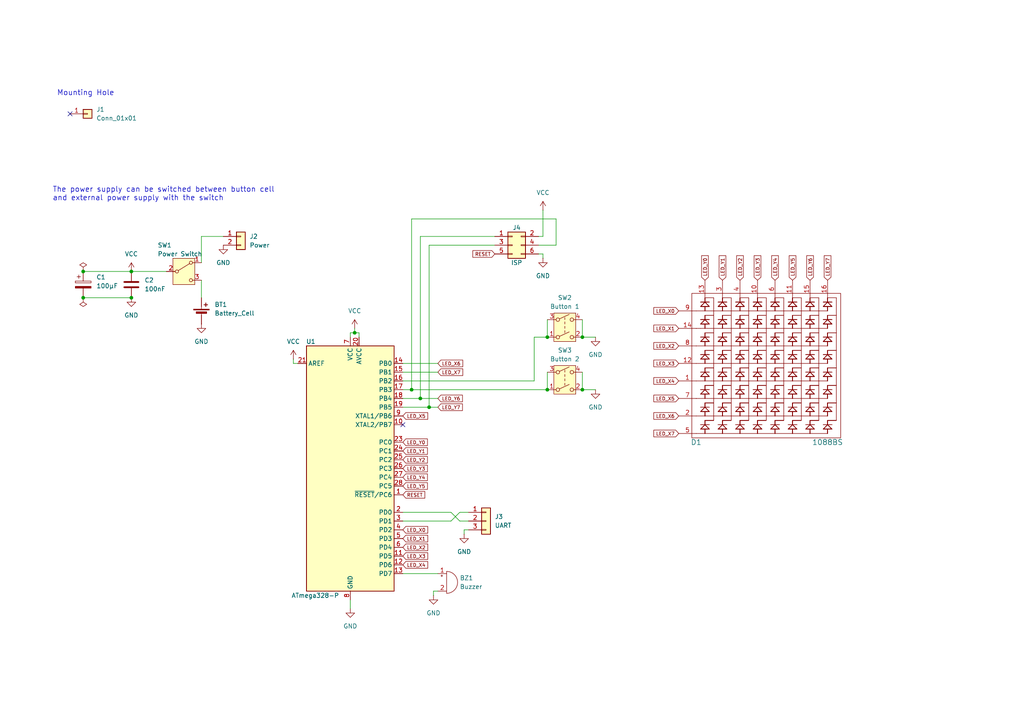
<source format=kicad_sch>
(kicad_sch (version 20250114) (generator "eeschema") (generator_version "9.0")
  (paper "A4")
  (title_block (title "Macherdaach Badge") (date "2026-02-24") (rev "v4.0"))
  (lib_symbols
    (symbol "1088bs:1088BS" (pin_names (offset 1.016))
      (property "Reference" "D" (at -20.32 -22.86 0))
      (property "Value" "1088BS" (at 17.78 -22.86 0))
      (symbol "1088BS_1_1"
        (pin passive line (at -25.4 15.24 0) (length 5.08) (name "~") (number "9"))
        (pin passive line (at -25.4 10.16 0) (length 5.08) (name "~") (number "14"))
        (pin passive line (at -25.4 5.08 0) (length 5.08) (name "~") (number "8"))
        (pin passive line (at -25.4 0 0) (length 5.08) (name "~") (number "12"))
        (pin passive line (at -25.4 -5.08 0) (length 5.08) (name "~") (number "1"))
        (pin passive line (at -25.4 -10.16 0) (length 5.08) (name "~") (number "7"))
        (pin passive line (at -25.4 -15.24 0) (length 5.08) (name "~") (number "2"))
        (pin passive line (at -25.4 -20.32 0) (length 5.08) (name "~") (number "5"))
        (pin passive line (at -17.78 24.13 270) (length 5.08) (name "~") (number "13"))
        (pin passive line (at -12.7 24.13 270) (length 5.08) (name "~") (number "3"))
        (pin passive line (at -7.62 24.13 270) (length 5.08) (name "~") (number "4"))
        (pin passive line (at -2.54 24.13 270) (length 5.08) (name "~") (number "10"))
        (pin passive line (at 2.54 24.13 270) (length 5.08) (name "~") (number "6"))
        (pin passive line (at 7.62 24.13 270) (length 5.08) (name "~") (number "11"))
        (pin passive line (at 12.7 24.13 270) (length 5.08) (name "~") (number "15"))
        (pin passive line (at 17.78 24.13 270) (length 5.08) (name "~") (number "16"))
      )
    )
    (symbol "Connector_Generic:Conn_01x01" (pin_names (offset 1.016) (hide yes))
      (property "Reference" "J" (at 0 2.54 0))
      (property "Value" "Conn_01x01" (at 0 -2.54 0))
      (symbol "Conn_01x01_1_1"
        (pin passive line (at -5.08 0 0) (length 3.81) (name "Pin_1") (number "1"))
      )
    )
    (symbol "Connector_Generic:Conn_01x02" (pin_names (offset 1.016) (hide yes))
      (property "Reference" "J" (at 0 2.54 0))
      (property "Value" "Conn_01x02" (at 0 -5.08 0))
      (symbol "Conn_01x02_1_1"
        (pin passive line (at -5.08 0 0) (length 3.81) (name "Pin_1") (number "1"))
        (pin passive line (at -5.08 -2.54 0) (length 3.81) (name "Pin_2") (number "2"))
      )
    )
    (symbol "Connector_Generic:Conn_01x03" (pin_names (offset 1.016) (hide yes))
      (property "Reference" "J" (at 0 5.08 0))
      (property "Value" "Conn_01x03" (at 0 -5.08 0))
      (symbol "Conn_01x03_1_1"
        (pin passive line (at -5.08 2.54 0) (length 3.81) (name "Pin_1") (number "1"))
        (pin passive line (at -5.08 0 0) (length 3.81) (name "Pin_2") (number "2"))
        (pin passive line (at -5.08 -2.54 0) (length 3.81) (name "Pin_3") (number "3"))
      )
    )
    (symbol "Connector_Generic:Conn_02x03_Odd_Even" (pin_names (offset 1.016) (hide yes))
      (property "Reference" "J" (at 1.27 5.08 0))
      (property "Value" "Conn_02x03_Odd_Even" (at 1.27 -5.08 0))
      (symbol "Conn_02x03_Odd_Even_1_1"
        (pin passive line (at -5.08 2.54 0) (length 3.81) (name "Pin_1") (number "1"))
        (pin passive line (at -5.08 0 0) (length 3.81) (name "Pin_3") (number "3"))
        (pin passive line (at -5.08 -2.54 0) (length 3.81) (name "Pin_5") (number "5"))
        (pin passive line (at 7.62 2.54 180) (length 3.81) (name "Pin_2") (number "2"))
        (pin passive line (at 7.62 0 180) (length 3.81) (name "Pin_4") (number "4"))
        (pin passive line (at 7.62 -2.54 180) (length 3.81) (name "Pin_6") (number "6"))
      )
    )
    (symbol "Device:Battery_Cell" (pin_numbers (hide yes)) (pin_names (offset 0) (hide yes))
      (property "Reference" "BT" (at 2.54 2.54 0))
      (property "Value" "Battery_Cell" (at 2.54 0 0))
      (symbol "Battery_Cell_1_1"
        (pin passive line (at 0 5.08 270) (length 2.54) (name "+") (number "1"))
        (pin passive line (at 0 -2.54 90) (length 2.54) (name "-") (number "2"))
      )
    )
    (symbol "Device:Buzzer" (pin_names (offset 0.0254) (hide yes))
      (property "Reference" "BZ" (at 3.81 1.27 0))
      (property "Value" "Buzzer" (at 3.81 -1.27 0))
      (symbol "Buzzer_1_1"
        (pin passive line (at -2.54 2.54 0) (length 2.54) (name "+") (number "1"))
        (pin passive line (at -2.54 -2.54 0) (length 2.54) (name "-") (number "2"))
      )
    )
    (symbol "Device:C" (pin_numbers (hide yes)) (pin_names (offset 0.254))
      (property "Reference" "C" (at 0.635 2.54 0))
      (property "Value" "C" (at 0.635 -2.54 0))
      (symbol "C_1_1"
        (pin passive line (at 0 3.81 270) (length 2.794) (name "~") (number "1"))
        (pin passive line (at 0 -3.81 90) (length 2.794) (name "~") (number "2"))
      )
    )
    (symbol "Device:C_Polarized" (pin_numbers (hide yes)) (pin_names (offset 0.254))
      (property "Reference" "C" (at 0.635 2.54 0))
      (property "Value" "C_Polarized" (at 0.635 -2.54 0))
      (symbol "C_Polarized_1_1"
        (pin passive line (at 0 3.81 270) (length 2.794) (name "~") (number "1"))
        (pin passive line (at 0 -3.81 90) (length 2.794) (name "~") (number "2"))
      )
    )
    (symbol "MCU_Microchip_ATmega:ATmega328-P"
      (property "Reference" "U" (at -12.7 36.83 0))
      (property "Value" "ATmega328-P" (at 2.54 -36.83 0))
      (symbol "ATmega328-P_1_1"
        (pin passive line (at -15.24 30.48 0) (length 2.54) (name "AREF") (number "21"))
        (pin power_in line (at 0 38.1 270) (length 2.54) (name "VCC") (number "7"))
        (pin passive line (at 0 -38.1 90) (length 2.54) (hide yes) (name "GND") (number "22"))
        (pin power_in line (at 0 -38.1 90) (length 2.54) (name "GND") (number "8"))
        (pin power_in line (at 2.54 38.1 270) (length 2.54) (name "AVCC") (number "20"))
        (pin bidirectional line (at 15.24 30.48 180) (length 2.54) (name "PB0") (number "14"))
        (pin bidirectional line (at 15.24 27.94 180) (length 2.54) (name "PB1") (number "15"))
        (pin bidirectional line (at 15.24 25.4 180) (length 2.54) (name "PB2") (number "16"))
        (pin bidirectional line (at 15.24 22.86 180) (length 2.54) (name "PB3") (number "17"))
        (pin bidirectional line (at 15.24 20.32 180) (length 2.54) (name "PB4") (number "18"))
        (pin bidirectional line (at 15.24 17.78 180) (length 2.54) (name "PB5") (number "19"))
        (pin bidirectional line (at 15.24 15.24 180) (length 2.54) (name "XTAL1/PB6") (number "9"))
        (pin bidirectional line (at 15.24 12.7 180) (length 2.54) (name "XTAL2/PB7") (number "10"))
        (pin bidirectional line (at 15.24 7.62 180) (length 2.54) (name "PC0") (number "23"))
        (pin bidirectional line (at 15.24 5.08 180) (length 2.54) (name "PC1") (number "24"))
        (pin bidirectional line (at 15.24 2.54 180) (length 2.54) (name "PC2") (number "25"))
        (pin bidirectional line (at 15.24 0 180) (length 2.54) (name "PC3") (number "26"))
        (pin bidirectional line (at 15.24 -2.54 180) (length 2.54) (name "PC4") (number "27"))
        (pin bidirectional line (at 15.24 -5.08 180) (length 2.54) (name "PC5") (number "28"))
        (pin bidirectional line (at 15.24 -7.62 180) (length 2.54) (name "~{RESET}/PC6") (number "1"))
        (pin bidirectional line (at 15.24 -12.7 180) (length 2.54) (name "PD0") (number "2"))
        (pin bidirectional line (at 15.24 -15.24 180) (length 2.54) (name "PD1") (number "3"))
        (pin bidirectional line (at 15.24 -17.78 180) (length 2.54) (name "PD2") (number "4"))
        (pin bidirectional line (at 15.24 -20.32 180) (length 2.54) (name "PD3") (number "5"))
        (pin bidirectional line (at 15.24 -22.86 180) (length 2.54) (name "PD4") (number "6"))
        (pin bidirectional line (at 15.24 -25.4 180) (length 2.54) (name "PD5") (number "11"))
        (pin bidirectional line (at 15.24 -27.94 180) (length 2.54) (name "PD6") (number "12"))
        (pin bidirectional line (at 15.24 -30.48 180) (length 2.54) (name "PD7") (number "13"))
      )
    )
    (symbol "Switch:SW_DPST" (pin_names (offset 0) (hide yes))
      (property "Reference" "SW" (at 0 6.35 0))
      (property "Value" "SW_DPST" (at 0 -5.08 0))
      (symbol "SW_DPST_1_1"
        (pin passive line (at -5.08 2.54 0) (length 2.54) (name "3") (number "3"))
        (pin passive line (at -5.08 -2.54 0) (length 2.54) (name "1") (number "1"))
        (pin passive line (at 5.08 2.54 180) (length 2.54) (name "4") (number "4"))
        (pin passive line (at 5.08 -2.54 180) (length 2.54) (name "2") (number "2"))
      )
    )
    (symbol "Switch:SW_SPDT" (pin_names (offset 0) (hide yes))
      (property "Reference" "SW" (at 0 5.08 0))
      (property "Value" "SW_SPDT" (at 0 -5.08 0))
      (symbol "SW_SPDT_1_1"
        (pin passive line (at -5.08 0 0) (length 2.54) (name "B") (number "2"))
        (pin passive line (at 5.08 2.54 180) (length 2.54) (name "A") (number "1"))
        (pin passive line (at 5.08 -2.54 180) (length 2.54) (name "C") (number "3"))
      )
    )
    (symbol "power:GND" (power) (pin_numbers (hide yes)) (pin_names (offset 0) (hide yes))
      (property "Value" "GND" (at 0 -3.81 0))
      (symbol "GND_1_1"
        (pin power_in line (at 0 0 270) (length 0) (name "~") (number "1"))
      )
    )
    (symbol "power:PWR_FLAG" (power) (pin_numbers (hide yes)) (pin_names (offset 0) (hide yes))
      (property "Value" "PWR_FLAG" (at 0 3.81 0))
      (symbol "PWR_FLAG_0_0"
        (pin power_out line (at 0 0 90) (length 0) (name "~") (number "1"))
      )
    )
    (symbol "power:VCC" (power) (pin_numbers (hide yes)) (pin_names (offset 0) (hide yes))
      (property "Value" "VCC" (at 0 3.556 0))
      (symbol "VCC_1_1"
        (pin power_in line (at 0 0 90) (length 0) (name "~") (number "1"))
      )
    )
  )
  (text "The power supply can be switched between button cell \nand external power supply with the switch" (at 15.24 58.42 0) (effects (font (size 1.524 1.524)) (justify left bottom)))
  (text "Mounting Hole" (at 16.51 27.94 0) (effects (font (size 1.524 1.524)) (justify left bottom)))
  (junction (at 24.13 78.74))
  (junction (at 124.46 118.11))
  (junction (at 102.87 96.52))
  (junction (at 158.75 113.03))
  (junction (at 121.92 115.57))
  (junction (at 38.1 78.74))
  (junction (at 168.91 97.79))
  (junction (at 38.1 86.36))
  (junction (at 24.13 86.36))
  (junction (at 158.75 97.79))
  (junction (at 168.91 113.03))
  (junction (at 119.38 113.03))
  (no_connect (at 116.84 123.19))
  (no_connect (at 20.32 33.02))
  (wire (pts (xy 101.6 97.79) (xy 101.6 96.52)))
  (wire (pts (xy 158.75 113.03) (xy 158.75 107.95)))
  (wire (pts (xy 119.38 63.5) (xy 161.29 63.5)))
  (wire (pts (xy 158.75 97.79) (xy 158.75 92.71)))
  (wire (pts (xy 124.46 71.12) (xy 143.51 71.12)))
  (wire (pts (xy 24.13 78.74) (xy 38.1 78.74)))
  (wire (pts (xy 154.94 97.79) (xy 158.75 97.79)))
  (wire (pts (xy 157.48 73.66) (xy 157.48 74.93)))
  (wire (pts (xy 116.84 115.57) (xy 121.92 115.57)))
  (wire (pts (xy 124.46 71.12) (xy 124.46 118.11)))
  (wire (pts (xy 116.84 166.37) (xy 127 166.37)))
  (wire (pts (xy 133.35 151.13) (xy 135.89 151.13)))
  (wire (pts (xy 121.92 68.58) (xy 143.51 68.58)))
  (wire (pts (xy 133.35 148.59) (xy 135.89 148.59)))
  (wire (pts (xy 116.84 148.59) (xy 130.81 148.59)))
  (wire (pts (xy 101.6 173.99) (xy 101.6 176.53)))
  (wire (pts (xy 116.84 105.41) (xy 127 105.41)))
  (wire (pts (xy 154.94 110.49) (xy 154.94 97.79)))
  (wire (pts (xy 135.89 153.67) (xy 134.62 153.67)))
  (wire (pts (xy 116.84 107.95) (xy 127 107.95)))
  (wire (pts (xy 156.21 73.66) (xy 157.48 73.66)))
  (wire (pts (xy 102.87 96.52) (xy 104.14 96.52)))
  (wire (pts (xy 102.87 95.25) (xy 102.87 96.52)))
  (wire (pts (xy 104.14 96.52) (xy 104.14 97.79)))
  (wire (pts (xy 125.73 171.45) (xy 125.73 172.72)))
  (wire (pts (xy 121.92 68.58) (xy 121.92 115.57)))
  (wire (pts (xy 121.92 115.57) (xy 127 115.57)))
  (wire (pts (xy 124.46 118.11) (xy 127 118.11)))
  (wire (pts (xy 134.62 153.67) (xy 134.62 154.94)))
  (wire (pts (xy 119.38 63.5) (xy 119.38 113.03)))
  (wire (pts (xy 119.38 113.03) (xy 158.75 113.03)))
  (wire (pts (xy 168.91 107.95) (xy 168.91 113.03)))
  (wire (pts (xy 38.1 78.74) (xy 48.26 78.74)))
  (wire (pts (xy 168.91 92.71) (xy 168.91 97.79)))
  (wire (pts (xy 161.29 71.12) (xy 156.21 71.12)))
  (wire (pts (xy 157.48 60.96) (xy 157.48 68.58)))
  (wire (pts (xy 24.13 86.36) (xy 38.1 86.36)))
  (wire (pts (xy 58.42 76.2) (xy 58.42 68.58)))
  (wire (pts (xy 161.29 63.5) (xy 161.29 71.12)))
  (wire (pts (xy 58.42 86.36) (xy 58.42 81.28)))
  (wire (pts (xy 116.84 118.11) (xy 124.46 118.11)))
  (wire (pts (xy 116.84 113.03) (xy 119.38 113.03)))
  (wire (pts (xy 157.48 68.58) (xy 156.21 68.58)))
  (wire (pts (xy 116.84 151.13) (xy 130.81 151.13)))
  (wire (pts (xy 130.81 151.13) (xy 133.35 148.59)))
  (wire (pts (xy 101.6 96.52) (xy 102.87 96.52)))
  (wire (pts (xy 85.09 105.41) (xy 86.36 105.41)))
  (wire (pts (xy 58.42 68.58) (xy 64.77 68.58)))
  (wire (pts (xy 130.81 148.59) (xy 133.35 151.13)))
  (wire (pts (xy 85.09 104.14) (xy 85.09 105.41)))
  (wire (pts (xy 168.91 97.79) (xy 172.72 97.79)))
  (wire (pts (xy 116.84 110.49) (xy 154.94 110.49)))
  (wire (pts (xy 127 171.45) (xy 125.73 171.45)))
  (wire (pts (xy 168.91 113.03) (xy 172.72 113.03)))
  (global_label "LED_X6" (shape input) (at 127 105.41 0) (effects (font (size 0.9906 0.9906))) (property "Intersheetrefs" "${INTERSHEET_REFS}" (effects (hide yes))))
  (global_label "LED_X4" (shape input) (at 116.84 163.83 0) (effects (font (size 0.9906 0.9906))) (property "Intersheetrefs" "${INTERSHEET_REFS}" (effects (hide yes))))
  (global_label "LED_Y6" (shape input) (at 127 115.57 0) (effects (font (size 0.9906 0.9906))) (property "Intersheetrefs" "${INTERSHEET_REFS}" (effects (hide yes))))
  (global_label "LED_Y4" (shape input) (at 224.79 81.28 90) (effects (font (size 0.9906 0.9906))) (property "Intersheetrefs" "${INTERSHEET_REFS}" (effects (hide yes))))
  (global_label "LED_Y4" (shape input) (at 116.84 138.43 0) (effects (font (size 0.9906 0.9906))) (property "Intersheetrefs" "${INTERSHEET_REFS}" (effects (hide yes))))
  (global_label "LED_X6" (shape input) (at 196.85 120.65 180) (effects (font (size 0.9906 0.9906))) (property "Intersheetrefs" "${INTERSHEET_REFS}" (effects (hide yes))))
  (global_label "LED_X7" (shape input) (at 196.85 125.73 180) (effects (font (size 0.9906 0.9906))) (property "Intersheetrefs" "${INTERSHEET_REFS}" (effects (hide yes))))
  (global_label "LED_Y3" (shape input) (at 116.84 135.89 0) (effects (font (size 0.9906 0.9906))) (property "Intersheetrefs" "${INTERSHEET_REFS}" (effects (hide yes))))
  (global_label "LED_X3" (shape input) (at 196.85 105.41 180) (effects (font (size 0.9906 0.9906))) (property "Intersheetrefs" "${INTERSHEET_REFS}" (effects (hide yes))))
  (global_label "LED_X4" (shape input) (at 196.85 110.49 180) (effects (font (size 0.9906 0.9906))) (property "Intersheetrefs" "${INTERSHEET_REFS}" (effects (hide yes))))
  (global_label "LED_Y2" (shape input) (at 116.84 133.35 0) (effects (font (size 0.9906 0.9906))) (property "Intersheetrefs" "${INTERSHEET_REFS}" (effects (hide yes))))
  (global_label "LED_Y5" (shape input) (at 229.87 81.28 90) (effects (font (size 0.9906 0.9906))) (property "Intersheetrefs" "${INTERSHEET_REFS}" (effects (hide yes))))
  (global_label "LED_Y3" (shape input) (at 219.71 81.28 90) (effects (font (size 0.9906 0.9906))) (property "Intersheetrefs" "${INTERSHEET_REFS}" (effects (hide yes))))
  (global_label "LED_Y7" (shape input) (at 127 118.11 0) (effects (font (size 0.9906 0.9906))) (property "Intersheetrefs" "${INTERSHEET_REFS}" (effects (hide yes))))
  (global_label "LED_X5" (shape input) (at 196.85 115.57 180) (effects (font (size 0.9906 0.9906))) (property "Intersheetrefs" "${INTERSHEET_REFS}" (effects (hide yes))))
  (global_label "LED_X2" (shape input) (at 116.84 158.75 0) (effects (font (size 0.9906 0.9906))) (property "Intersheetrefs" "${INTERSHEET_REFS}" (effects (hide yes))))
  (global_label "LED_X0" (shape input) (at 196.85 90.17 180) (effects (font (size 0.9906 0.9906))) (property "Intersheetrefs" "${INTERSHEET_REFS}" (effects (hide yes))))
  (global_label "LED_X2" (shape input) (at 196.85 100.33 180) (effects (font (size 0.9906 0.9906))) (property "Intersheetrefs" "${INTERSHEET_REFS}" (effects (hide yes))))
  (global_label "LED_Y5" (shape input) (at 116.84 140.97 0) (effects (font (size 0.9906 0.9906))) (property "Intersheetrefs" "${INTERSHEET_REFS}" (effects (hide yes))))
  (global_label "LED_X5" (shape input) (at 116.84 120.65 0) (effects (font (size 0.9906 0.9906))) (property "Intersheetrefs" "${INTERSHEET_REFS}" (effects (hide yes))))
  (global_label "LED_Y0" (shape input) (at 204.47 81.28 90) (effects (font (size 0.9906 0.9906))) (property "Intersheetrefs" "${INTERSHEET_REFS}" (effects (hide yes))))
  (global_label "RESET" (shape input) (at 116.84 143.51 0) (effects (font (size 0.9906 0.9906))) (property "Intersheetrefs" "${INTERSHEET_REFS}" (effects (hide yes))))
  (global_label "LED_X3" (shape input) (at 116.84 161.29 0) (effects (font (size 0.9906 0.9906))) (property "Intersheetrefs" "${INTERSHEET_REFS}" (effects (hide yes))))
  (global_label "LED_Y7" (shape input) (at 240.03 81.28 90) (effects (font (size 0.9906 0.9906))) (property "Intersheetrefs" "${INTERSHEET_REFS}" (effects (hide yes))))
  (global_label "LED_X1" (shape input) (at 116.84 156.21 0) (effects (font (size 0.9906 0.9906))) (property "Intersheetrefs" "${INTERSHEET_REFS}" (effects (hide yes))))
  (global_label "LED_Y6" (shape input) (at 234.95 81.28 90) (effects (font (size 0.9906 0.9906))) (property "Intersheetrefs" "${INTERSHEET_REFS}" (effects (hide yes))))
  (global_label "LED_X1" (shape input) (at 196.85 95.25 180) (effects (font (size 0.9906 0.9906))) (property "Intersheetrefs" "${INTERSHEET_REFS}" (effects (hide yes))))
  (global_label "LED_Y1" (shape input) (at 209.55 81.28 90) (effects (font (size 0.9906 0.9906))) (property "Intersheetrefs" "${INTERSHEET_REFS}" (effects (hide yes))))
  (global_label "LED_X0" (shape input) (at 116.84 153.67 0) (effects (font (size 0.9906 0.9906))) (property "Intersheetrefs" "${INTERSHEET_REFS}" (effects (hide yes))))
  (global_label "LED_Y2" (shape input) (at 214.63 81.28 90) (effects (font (size 0.9906 0.9906))) (property "Intersheetrefs" "${INTERSHEET_REFS}" (effects (hide yes))))
  (global_label "LED_Y1" (shape input) (at 116.84 130.81 0) (effects (font (size 0.9906 0.9906))) (property "Intersheetrefs" "${INTERSHEET_REFS}" (effects (hide yes))))
  (global_label "RESET" (shape input) (at 143.51 73.66 180) (effects (font (size 0.9906 0.9906))) (property "Intersheetrefs" "${INTERSHEET_REFS}" (effects (hide yes))))
  (global_label "LED_X7" (shape input) (at 127 107.95 0) (effects (font (size 0.9906 0.9906))) (property "Intersheetrefs" "${INTERSHEET_REFS}" (effects (hide yes))))
  (global_label "LED_Y0" (shape input) (at 116.84 128.27 0) (effects (font (size 0.9906 0.9906))) (property "Intersheetrefs" "${INTERSHEET_REFS}" (effects (hide yes))))
  (symbol (lib_id "1088bs:1088BS") (at 222.25 105.41 0) (unit 1)
    (property "Reference" "D1" (at 201.93 128.27 0) (effects (font (size 1.524 1.524))))
    (property "Value" "1088BS" (at 240.03 128.27 0) (effects (font (size 1.524 1.524))))
    (property "Footprint" "1088BS:1088BS" (effects (hide yes)))
  )
  (symbol (lib_id "Switch:SW_SPDT") (at 53.34 78.74 0) (unit 1)
    (property "Reference" "SW1" (at 45.72 71.12 0) (effects (justify left)))
    (property "Value" "Power Switch" (at 45.72 73.66 0) (effects (justify left)))
    (property "Footprint" "ESP101:ESP101" (effects (hide yes)))
  )
  (symbol (lib_id "power:PWR_FLAG") (at 24.13 78.74 0) (unit 1)
    (property "Reference" "#FLG01" (effects (hide yes)))
    (property "Value" "PWR_FLAG" (effects (hide yes)))
    (property "Description" "Special symbol for telling ERC where power comes from" (effects (hide yes)))
  )
  (symbol (lib_id "Connector_Generic:Conn_01x02") (at 69.85 68.58 0) (unit 1)
    (property "Reference" "J2" (at 72.39 68.5799 0) (effects (justify left)))
    (property "Value" "Power" (at 72.39 71.1199 0) (effects (justify left)))
    (property "Footprint" "Connector_PinHeader_2.54mm:PinHeader_1x02_P2.54mm_Vertical" (effects (hide yes)))
    (property "Description" "Generic connector, single row, 01x02, script generated (kicad-library-utils/schlib/autogen/connector/)" (effects (hide yes)))
  )
  (symbol (lib_id "Connector_Generic:Conn_01x03") (at 140.97 151.13 0) (unit 1)
    (property "Reference" "J3" (at 143.51 149.8599 0) (effects (justify left)))
    (property "Value" "UART" (at 143.51 152.3999 0) (effects (justify left)))
    (property "Footprint" "Connector_PinHeader_2.54mm:PinHeader_1x03_P2.54mm_Vertical" (effects (hide yes)))
    (property "Description" "Generic connector, single row, 01x03, script generated (kicad-library-utils/schlib/autogen/connector/)" (effects (hide yes)))
  )
  (symbol (lib_id "power:GND") (at 64.77 71.12 0) (unit 1)
    (property "Reference" "#PWR04" (effects (hide yes)))
    (property "Value" "GND" (at 64.77 76.2 0))
    (property "Description" "Power symbol creates a global label with name \"GND\" , ground" (effects (hide yes)))
  )
  (symbol (lib_id "power:PWR_FLAG") (at 24.13 86.36 180) (unit 1)
    (property "Reference" "#FLG02" (effects (hide yes)))
    (property "Value" "PWR_FLAG" (effects (hide yes)))
    (property "Description" "Special symbol for telling ERC where power comes from" (effects (hide yes)))
  )
  (symbol (lib_id "power:GND") (at 172.72 113.03 0) (unit 1)
    (property "Reference" "#PWR013" (effects (hide yes)))
    (property "Value" "GND" (at 172.72 118.11 0))
    (property "Description" "Power symbol creates a global label with name \"GND\" , ground" (effects (hide yes)))
  )
  (symbol (lib_id "Device:C_Polarized") (at 24.13 82.55 0) (unit 1)
    (property "Reference" "C1" (at 27.94 80.3909 0) (effects (justify left)))
    (property "Value" "100µF" (at 27.94 82.9309 0) (effects (justify left)))
    (property "Footprint" "Capacitor_THT:CP_Radial_D5.0mm_P2.50mm" (effects (hide yes)))
    (property "Description" "Polarized capacitor" (effects (hide yes)))
  )
  (symbol (lib_id "Switch:SW_DPST") (at 163.83 110.49 0) (unit 1)
    (property "Reference" "SW3" (at 163.83 101.6 0))
    (property "Value" "Button 2" (at 163.83 104.14 0))
    (property "Footprint" "Kurzhubtaster:Kurzhubtaster" (effects (hide yes)))
    (property "Description" "Double Pole Single Throw (DPST) Switch" (effects (hide yes)))
  )
  (symbol (lib_id "power:VCC") (at 38.1 78.74 0) (unit 1)
    (property "Reference" "#PWR01" (effects (hide yes)))
    (property "Value" "VCC" (at 38.1 73.66 0))
    (property "Description" "Power symbol creates a global label with name \"VCC\"" (effects (hide yes)))
  )
  (symbol (lib_id "Device:C") (at 38.1 82.55 0) (unit 1)
    (property "Reference" "C2" (at 41.91 81.2799 0) (effects (justify left)))
    (property "Value" "100nF" (at 41.91 83.8199 0) (effects (justify left)))
    (property "Footprint" "Capacitor_THT:C_Disc_D3.4mm_W2.1mm_P2.50mm" (effects (hide yes)))
    (property "Description" "Unpolarized capacitor" (effects (hide yes)))
  )
  (symbol (lib_id "power:GND") (at 101.6 176.53 0) (unit 1)
    (property "Reference" "#PWR06" (effects (hide yes)))
    (property "Value" "GND" (at 101.6 181.61 0))
    (property "Description" "Power symbol creates a global label with name \"GND\" , ground" (effects (hide yes)))
  )
  (symbol (lib_id "power:GND") (at 58.42 93.98 0) (unit 1)
    (property "Reference" "#PWR03" (effects (hide yes)))
    (property "Value" "GND" (at 58.42 99.06 0))
    (property "Description" "Power symbol creates a global label with name \"GND\" , ground" (effects (hide yes)))
  )
  (symbol (lib_id "Switch:SW_DPST") (at 163.83 95.25 0) (unit 1)
    (property "Reference" "SW2" (at 163.83 86.36 0))
    (property "Value" "Button 1" (at 163.83 88.9 0))
    (property "Footprint" "Kurzhubtaster:Kurzhubtaster" (effects (hide yes)))
    (property "Description" "Double Pole Single Throw (DPST) Switch" (effects (hide yes)))
  )
  (symbol (lib_id "power:GND") (at 172.72 97.79 0) (unit 1)
    (property "Reference" "#PWR012" (effects (hide yes)))
    (property "Value" "GND" (at 172.72 102.87 0))
    (property "Description" "Power symbol creates a global label with name \"GND\" , ground" (effects (hide yes)))
  )
  (symbol (lib_id "Connector_Generic:Conn_02x03_Odd_Even") (at 148.59 71.12 0) (unit 1)
    (property "Reference" "J4" (at 149.86 66.04 0))
    (property "Value" "ISP" (at 149.86 76.2 0))
    (property "Footprint" "Connector_PinHeader_2.54mm:PinHeader_2x03_P2.54mm_Vertical" (effects (hide yes)))
    (property "Description" "Generic connector, double row, 02x03, odd/even pin numbering scheme (row 1 odd numbers, row 2 even numbers), script generated (kicad-library-utils/schlib/autogen/connector/)" (effects (hide yes)))
  )
  (symbol (lib_id "power:GND") (at 125.73 172.72 0) (unit 1)
    (property "Reference" "#PWR08" (effects (hide yes)))
    (property "Value" "GND" (at 125.73 177.8 0))
    (property "Description" "Power symbol creates a global label with name \"GND\" , ground" (effects (hide yes)))
  )
  (symbol (lib_id "power:GND") (at 38.1 86.36 0) (unit 1)
    (property "Reference" "#PWR02" (effects (hide yes)))
    (property "Value" "GND" (at 38.1 91.44 0))
    (property "Description" "Power symbol creates a global label with name \"GND\" , ground" (effects (hide yes)))
  )
  (symbol (lib_id "Connector_Generic:Conn_01x01") (at 25.4 33.02 0) (unit 1)
    (property "Reference" "J1" (at 27.94 31.7499 0) (effects (justify left)))
    (property "Value" "Conn_01x01" (at 27.94 34.2899 0) (effects (justify left)))
    (property "Footprint" "MountingHole:MountingHole_5.3mm_M5_DIN965_Pad" (effects (hide yes)))
    (property "Description" "Generic connector, single row, 01x01, script generated (kicad-library-utils/schlib/autogen/connector/)" (effects (hide yes)))
  )
  (symbol (lib_id "Device:Buzzer") (at 129.54 168.91 0) (unit 1)
    (property "Reference" "BZ1" (at 133.35 167.6399 0) (effects (justify left)))
    (property "Value" "Buzzer" (at 133.35 170.1799 0) (effects (justify left)))
    (property "Footprint" "HC9042:Buzzer_9x4.2RM4" (effects (hide yes)))
    (property "Description" "Buzzer, polarized" (effects (hide yes)))
  )
  (symbol (lib_id "power:VCC") (at 157.48 60.96 0) (unit 1)
    (property "Reference" "#PWR010" (effects (hide yes)))
    (property "Value" "VCC" (at 157.48 55.88 0))
    (property "Description" "Power symbol creates a global label with name \"VCC\"" (effects (hide yes)))
  )
  (symbol (lib_id "power:GND") (at 157.48 74.93 0) (unit 1)
    (property "Reference" "#PWR011" (effects (hide yes)))
    (property "Value" "GND" (at 157.48 80.01 0))
    (property "Description" "Power symbol creates a global label with name \"GND\" , ground" (effects (hide yes)))
  )
  (symbol (lib_id "power:VCC") (at 85.09 104.14 0) (unit 1)
    (property "Reference" "#PWR05" (effects (hide yes)))
    (property "Value" "VCC" (at 85.09 99.06 0))
    (property "Description" "Power symbol creates a global label with name \"VCC\"" (effects (hide yes)))
  )
  (symbol (lib_id "MCU_Microchip_ATmega:ATmega328-P") (at 101.6 135.89 0) (unit 1)
    (property "Reference" "U1" (at 90.17 99.06 0))
    (property "Value" "ATmega328-P" (at 91.44 172.72 0))
    (property "Footprint" "Package_DIP:DIP-28_W7.62mm" (effects (hide yes)))
    (property "Datasheet" "http://ww1.microchip.com/downloads/en/DeviceDoc/ATmega328_P%20AVR%20MCU%20with%20picoPower%20Technology%20Data%20Sheet%2040001984A.pdf" (effects (hide yes)))
    (property "Description" "20MHz, 32kB Flash, 2kB SRAM, 1kB EEPROM, DIP-28" (effects (hide yes)))
  )
  (symbol (lib_id "power:VCC") (at 102.87 95.25 0) (unit 1)
    (property "Reference" "#PWR07" (effects (hide yes)))
    (property "Value" "VCC" (at 102.87 90.17 0))
    (property "Description" "Power symbol creates a global label with name \"VCC\"" (effects (hide yes)))
  )
  (symbol (lib_id "power:GND") (at 134.62 154.94 0) (unit 1)
    (property "Reference" "#PWR09" (effects (hide yes)))
    (property "Value" "GND" (at 134.62 160.02 0))
    (property "Description" "Power symbol creates a global label with name \"GND\" , ground" (effects (hide yes)))
  )
  (symbol (lib_id "Device:Battery_Cell") (at 58.42 91.44 0) (unit 1)
    (property "Reference" "BT1" (at 62.23 88.3284 0) (effects (justify left)))
    (property "Value" "Battery_Cell" (at 62.23 90.8684 0) (effects (justify left)))
    (property "Footprint" "1088BS:Knopfzellenclip_20mm" (effects (hide yes)))
    (property "Description" "Single-cell battery" (effects (hide yes)))
    (property "Sim.Device" "V" (effects (hide yes)))
    (property "Sim.Type" "DC" (effects (hide yes)))
    (property "Sim.Pins" "1=+ 2=-" (effects (hide yes)))
  )
)
</source>
